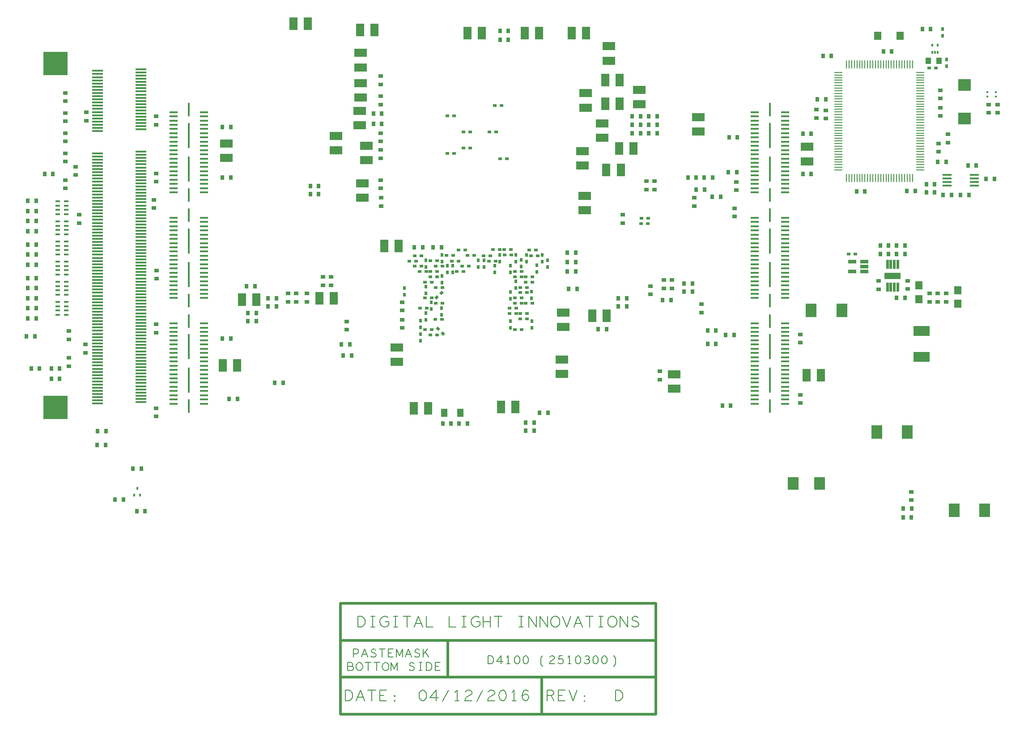
<source format=gbr>
G04 ================== begin FILE IDENTIFICATION RECORD ==================*
G04 Layout Name:  2510300_REV-D.brd*
G04 Film Name:    Paste_bot.gbr*
G04 File Format:  Gerber RS274X*
G04 File Origin:  Cadence Allegro 16.6-2015-S051*
G04 Origin Date:  Tue Apr 12 06:53:55 2016*
G04 *
G04 Layer:  VIA CLASS/PASTEMASK_BOTTOM*
G04 Layer:  PIN/PASTEMASK_BOTTOM*
G04 Layer:  PACKAGE GEOMETRY/PASTEMASK_BOTTOM*
G04 Layer:  DRAWING FORMAT/TITLE_BLOCK*
G04 Layer:  BOARD GEOMETRY/PASTEMASK_BOTTOM*
G04 *
G04 Offset:    (0.00 0.00)*
G04 Mirror:    No*
G04 Mode:      Positive*
G04 Rotation:  0*
G04 FullContactRelief:  No*
G04 UndefLineWidth:     0.00*
G04 ================== end FILE IDENTIFICATION RECORD ====================*
%FSLAX25Y25*MOIN*%
%IR0*IPPOS*OFA0.00000B0.00000*MIA0B0*SFA1.00000B1.00000*%
%ADD32R,.12X.05*%
%AMMACRO24*
21,1,.025,.02,0.0,0.0,135.*%
%ADD24MACRO24*%
%ADD16R,.017X.1*%
%ADD27R,.083X.102*%
%ADD30R,.06X.009*%
%ADD34R,.124X.077*%
%ADD29R,.009X.06*%
%ADD17R,.017X.185*%
%ADD15R,.012X.02*%
%ADD12R,.032X.03*%
%ADD28R,.06X.03*%
%AMMACRO25*
21,1,.025,.02,0.0,0.0,45.*%
%ADD25MACRO25*%
%ADD21R,.02X.025*%
%ADD10R,.03X.032*%
%ADD37R,.04X.05*%
%ADD36R,.07X.012*%
%ADD22R,.025X.02*%
%ADD13R,.032X.016*%
%ADD18R,.06X.016*%
%ADD23R,.05X.063*%
%ADD35R,.055X.06*%
%ADD39R,.018X.016*%
%ADD31R,.055X.06*%
%ADD33R,.019X.07*%
%ADD14R,.079X.014*%
%ADD11R,.182X.178*%
%ADD20R,.095X.063*%
%ADD19R,.063X.095*%
%ADD26R,.083X.095*%
%ADD38R,.094X.086*%
%ADD40C,.02*%
%ADD41C,.006*%
%ADD42C,.008*%
G75*
%LPD*%
G75*
G54D10*
X20900Y146700D03*
X21900Y160000D03*
Y167500D03*
Y175000D03*
Y182500D03*
Y190000D03*
Y200000D03*
Y207500D03*
Y215000D03*
Y225000D03*
Y232500D03*
Y240000D03*
Y247500D03*
X39400Y122500D03*
Y115000D03*
X30600Y122500D03*
X24400D03*
X27100Y146700D03*
X28100Y160000D03*
Y167500D03*
Y175000D03*
Y182500D03*
Y190000D03*
Y200000D03*
Y207500D03*
Y215000D03*
Y225000D03*
Y232500D03*
Y240000D03*
Y247500D03*
X34400Y267500D03*
X45600Y122500D03*
Y115000D03*
X40600Y267500D03*
X73700Y65800D03*
X73900Y76000D03*
X87000Y25000D03*
X79900Y65800D03*
X80100Y76000D03*
X109300Y16400D03*
X103100D03*
X93200Y25000D03*
X106400Y48100D03*
X100200D03*
X171900Y100000D03*
X178100D03*
X166900Y145000D03*
X173100D03*
X166900Y265000D03*
X173100D03*
X166900Y302500D03*
X173100D03*
X192100Y158000D03*
X185900D03*
X192100Y164000D03*
X185900D03*
X191100Y184000D03*
X184900D03*
X205900Y112000D03*
X212100D03*
X200900Y175000D03*
X207100D03*
X200900Y169000D03*
X207100D03*
X232400Y252600D03*
Y258800D03*
X238600Y252600D03*
Y258800D03*
X255700Y140600D03*
X261900D03*
X256900Y132200D03*
X263100D03*
X279400Y312500D03*
Y305000D03*
X285600Y312500D03*
Y305000D03*
X309900Y213000D03*
X316100D03*
X331100Y81600D03*
X337300D03*
X323900Y213000D03*
X330100D03*
X349500Y81600D03*
X343300D03*
X380000Y367800D03*
X373800D03*
Y374300D03*
X380000D03*
X403300Y89500D03*
X399100Y76200D03*
X392900D03*
Y82200D03*
X399100D03*
X409500Y89500D03*
X423900Y195000D03*
X424900Y182000D03*
X423900Y202000D03*
Y209000D03*
X430100Y195000D03*
X431100Y182000D03*
X430100Y202000D03*
Y209000D03*
X453100Y152000D03*
X446900D03*
X468100Y169000D03*
X461900D03*
Y175000D03*
X468100D03*
X472300Y298100D03*
X478500D03*
X472300Y304400D03*
X478500D03*
X472300Y310700D03*
X478500D03*
X494900Y173500D03*
X490800Y298100D03*
X484600D03*
X490800Y310700D03*
X484600D03*
X490800Y304400D03*
X484600D03*
X501100Y173500D03*
X510900Y180000D03*
Y186000D03*
X528400Y141000D03*
Y151000D03*
X517100Y180000D03*
Y186000D03*
X525900Y265000D03*
X526100Y256000D03*
X519900D03*
X520000Y265000D03*
X513800D03*
X545600Y95000D03*
X539400D03*
X534600Y141000D03*
X548100Y147500D03*
X541900D03*
X534600Y151000D03*
X532100Y265000D03*
X538100Y250600D03*
X531900D03*
X543900Y269000D03*
X544400Y295000D03*
X550100Y269000D03*
X550600Y295000D03*
X599400Y267500D03*
Y297500D03*
X605600Y267500D03*
Y297500D03*
X610300Y323300D03*
X616500D03*
X614400Y355500D03*
X620600D03*
X645600Y254500D03*
X639400D03*
X669200Y175300D03*
X669300Y214300D03*
X657100Y208100D03*
X663300D03*
X669300D03*
X657100Y214300D03*
X663300D03*
X665600Y359000D03*
X659400D03*
X680400Y18400D03*
X674200D03*
X674100Y11800D03*
X680300D03*
X675400Y175300D03*
X675500Y214300D03*
Y208100D03*
X683100Y255000D03*
X676900D03*
X688400Y375500D03*
X697600Y254000D03*
X691400D03*
X697600Y260000D03*
X691400D03*
X703900Y252000D03*
X699900Y276500D03*
X706100D03*
X694600Y375500D03*
X710100Y252000D03*
X716900D03*
X723100D03*
X722400Y274000D03*
X735900Y264000D03*
X728600Y274000D03*
X742100Y264000D03*
G54D20*
X170000Y279650D03*
Y290350D03*
X251500Y285250D03*
Y295950D03*
X271100Y249850D03*
Y260550D03*
X269100Y304050D03*
Y314750D03*
X270000Y335350D03*
Y324650D03*
Y357850D03*
Y347150D03*
X274200Y288550D03*
Y277850D03*
X297000Y127650D03*
Y138350D03*
X420000Y129350D03*
Y118650D03*
X421000Y164350D03*
Y153650D03*
X436900Y251450D03*
Y240750D03*
X435200Y284650D03*
Y273950D03*
X437500Y317150D03*
Y327850D03*
X450000Y305350D03*
Y294650D03*
X455000Y352150D03*
Y362850D03*
X477500Y319650D03*
Y330350D03*
X503600Y107650D03*
Y118350D03*
X521400Y299350D03*
Y310050D03*
X602500Y287850D03*
Y277150D03*
G54D11*
X42710Y93530D03*
Y349830D03*
G54D21*
X314600Y143200D03*
X318600Y159000D03*
X314500Y153300D03*
Y158300D03*
X314600Y148200D03*
X302700Y177500D03*
X318500Y178700D03*
X318600Y164000D03*
X302700Y182500D03*
X318500Y183700D03*
X318600Y198400D03*
Y203400D03*
X322600Y172000D03*
Y167000D03*
X330200Y167800D03*
Y162800D03*
X330400Y186500D03*
Y191500D03*
X334400Y194400D03*
Y199400D03*
X330400Y202400D03*
Y207400D03*
X338400Y194400D03*
Y199400D03*
X369800Y194300D03*
X357500Y198200D03*
Y203200D03*
X361900Y198300D03*
Y203300D03*
X369800Y199300D03*
X381400Y153100D03*
Y158100D03*
X381600Y174800D03*
X381400Y194400D03*
X385400Y182600D03*
Y187600D03*
X381600Y179800D03*
X373700Y202400D03*
Y207400D03*
X385600Y207300D03*
Y202300D03*
X381400Y199400D03*
X389500Y198500D03*
Y203500D03*
X397400Y153000D03*
Y158000D03*
X397300Y174900D03*
X401200Y194600D03*
X397300Y179900D03*
X405300Y202200D03*
Y207200D03*
X393500Y202200D03*
Y207200D03*
X401200Y199600D03*
X409200Y203300D03*
Y198300D03*
X703500Y370500D03*
Y375500D03*
X706500Y353000D03*
Y348000D03*
G54D12*
X52500Y124400D03*
Y130600D03*
Y144400D03*
Y150600D03*
X50000Y263100D03*
Y256900D03*
Y283100D03*
Y276900D03*
Y298100D03*
Y291900D03*
Y313100D03*
Y306900D03*
Y321900D03*
Y328100D03*
X65000Y140600D03*
Y134400D03*
X60100Y231000D03*
Y237200D03*
X57500Y266900D03*
Y273100D03*
X65700Y313600D03*
Y307400D03*
X117500Y86900D03*
Y93100D03*
Y149400D03*
Y155600D03*
X117900Y195700D03*
Y189500D03*
X115800Y248400D03*
Y242200D03*
X117500Y261900D03*
Y268100D03*
Y310600D03*
Y304400D03*
X222000Y172400D03*
Y178600D03*
X230000Y172400D03*
Y178600D03*
X216000Y172400D03*
Y178600D03*
X241800Y184800D03*
Y191000D03*
X247800Y184800D03*
Y191000D03*
X259600Y151500D03*
Y157700D03*
X285100Y249900D03*
Y243700D03*
X285000Y256900D03*
Y263100D03*
Y279400D03*
Y291900D03*
Y298100D03*
Y285600D03*
Y319400D03*
Y334400D03*
Y325600D03*
Y340600D03*
X301000Y152900D03*
Y159100D03*
Y165900D03*
Y172100D03*
X465100Y231100D03*
Y237300D03*
X493000Y120600D03*
Y114400D03*
X486000Y177900D03*
Y184100D03*
X496000Y182400D03*
Y188600D03*
X488900Y262300D03*
Y256100D03*
X482800D03*
Y262300D03*
X502000Y182400D03*
Y188600D03*
X524000Y164400D03*
Y170600D03*
X518500Y249900D03*
Y243700D03*
X548500Y242100D03*
Y235900D03*
X550000Y261800D03*
Y255600D03*
X597500Y103100D03*
Y96900D03*
Y141900D03*
Y148100D03*
X609500Y309400D03*
Y315600D03*
X616500Y315100D03*
Y308900D03*
X656000Y181700D03*
Y187900D03*
X680200Y30800D03*
Y24600D03*
X677500Y188100D03*
Y181900D03*
X706300Y172400D03*
Y178600D03*
X700000Y172400D03*
Y178600D03*
X693900Y172400D03*
Y178600D03*
X700400Y284200D03*
Y290400D03*
X702000Y317100D03*
Y310900D03*
Y323900D03*
Y330100D03*
X707400Y297200D03*
Y291000D03*
X737900Y319400D03*
Y313200D03*
X744400Y319400D03*
Y313200D03*
G54D30*
X625941Y284362D03*
Y282394D03*
Y280425D03*
Y278457D03*
Y276488D03*
Y274520D03*
Y272551D03*
Y270583D03*
Y300110D03*
Y298142D03*
Y296173D03*
Y294205D03*
Y292236D03*
Y290268D03*
Y288299D03*
Y286331D03*
Y317827D03*
Y315858D03*
Y313890D03*
Y311921D03*
Y309953D03*
Y307984D03*
Y306016D03*
Y304047D03*
Y302079D03*
Y335543D03*
Y333575D03*
Y331606D03*
Y329638D03*
Y327669D03*
Y325701D03*
Y323732D03*
Y321764D03*
Y319795D03*
Y343417D03*
Y341449D03*
Y339480D03*
Y337512D03*
X687059Y270583D03*
Y272551D03*
Y274520D03*
Y276488D03*
Y278457D03*
Y280425D03*
Y282394D03*
Y284362D03*
Y286331D03*
Y288299D03*
Y290268D03*
Y292236D03*
Y294205D03*
Y296173D03*
Y298142D03*
Y300110D03*
Y302079D03*
Y304047D03*
Y306016D03*
Y307984D03*
Y309953D03*
Y311921D03*
Y313890D03*
Y315858D03*
Y317827D03*
Y319795D03*
Y321764D03*
Y323732D03*
Y325701D03*
Y327669D03*
Y329638D03*
Y331606D03*
Y333575D03*
Y335543D03*
Y337512D03*
Y339480D03*
Y341449D03*
Y343417D03*
G54D40*
G01X255000Y-52500D02*
X490000D01*
Y-135000D01*
X255000D01*
G01Y-52500D02*
Y-135000D01*
G01X490000Y-107500D02*
X255000D01*
G01Y-80000D02*
X490000D01*
G01X335000D02*
Y-107500D01*
G01X405000D02*
Y-135000D01*
G54D31*
X655114Y370500D03*
X671886D03*
G54D13*
X44200Y162700D03*
Y165900D03*
Y169100D03*
Y172300D03*
X50600Y162700D03*
Y165900D03*
Y169100D03*
Y172300D03*
X44200Y177700D03*
X50600D03*
X44200Y180900D03*
Y184100D03*
Y187300D03*
X50600Y180900D03*
Y184100D03*
Y187300D03*
X44200Y192700D03*
Y195900D03*
X50600Y192700D03*
Y195900D03*
X44200Y207700D03*
Y210900D03*
Y214100D03*
X50600Y207700D03*
Y210900D03*
Y214100D03*
X44200Y199100D03*
Y202300D03*
X50600Y199100D03*
Y202300D03*
X44200Y217300D03*
X50600D03*
X44200Y222700D03*
Y225900D03*
Y229100D03*
X50600Y222700D03*
Y225900D03*
Y229100D03*
X44200Y232300D03*
X50600D03*
X44200Y237700D03*
Y240900D03*
Y244100D03*
Y247300D03*
X50600Y237700D03*
Y240900D03*
Y244100D03*
Y247300D03*
G54D22*
X318000Y151600D03*
X317900Y175400D03*
X319100Y167500D03*
X314100D03*
X314000Y194900D03*
X319000D03*
X317900Y187000D03*
X310200Y198900D03*
X315200D03*
X306300Y202800D03*
X311300D03*
X310200Y206800D03*
X315200D03*
X330700Y159300D03*
X325700D03*
X323000Y151600D03*
X326800Y147600D03*
X321800D03*
X322900Y175400D03*
X326000Y171300D03*
X331000D03*
X322000Y194900D03*
X327000D03*
X322900Y187000D03*
X327000Y190900D03*
X322000D03*
X325900Y183100D03*
X330900D03*
X325900Y198900D03*
X330900D03*
X337800Y202800D03*
X322000Y202900D03*
X327000D03*
X333900Y206900D03*
X334500Y283000D03*
Y311000D03*
X346700Y194900D03*
X341700D03*
X354600Y206900D03*
X349600D03*
X345600Y198900D03*
X350600D03*
X348000Y211100D03*
X343000D03*
X342800Y202800D03*
X338900Y206900D03*
X339500Y283000D03*
X351500Y287000D03*
X346500D03*
X351500Y299000D03*
X346500D03*
X339500Y311000D03*
X368500Y211300D03*
X361400Y206800D03*
X366400D03*
X365400Y202800D03*
X370400D03*
X371000Y299000D03*
X366000D03*
X370000Y318500D03*
X388900Y159500D03*
X389900Y151800D03*
X384900D03*
X385900Y163500D03*
X380900D03*
X388800Y179200D03*
X390000Y175300D03*
X385000D03*
X388900Y163500D03*
X385900Y167500D03*
X380900D03*
X389800Y171400D03*
X384800D03*
X389900Y191100D03*
X384900D03*
X388900Y183100D03*
X389900Y195000D03*
X384900D03*
X373500Y211300D03*
X377200Y207200D03*
X382200D03*
X381800Y211300D03*
X376800D03*
X379000Y279000D03*
X374000D03*
X375000Y318500D03*
X393900Y159500D03*
X397800Y171400D03*
X392800D03*
X393800Y179200D03*
X393900Y163500D03*
X392900Y191100D03*
X397900D03*
X392900Y187100D03*
X397900D03*
X393900Y183100D03*
X396900Y206700D03*
X401900D03*
X400500Y211000D03*
X395500D03*
X484000Y230500D03*
X479000D03*
X479300Y234800D03*
X484300D03*
X633400Y207900D03*
X638400D03*
X693500Y346500D03*
X698500D03*
G54D41*
G01X263233Y-99300D02*
X263600Y-99000D01*
X263875Y-98500D01*
X264058Y-97800D01*
X263875Y-97200D01*
X263508Y-96800D01*
X262867Y-96500D01*
X260392D01*
Y-102500D01*
X263417D01*
X264058Y-102100D01*
X264425Y-101500D01*
X264608Y-100800D01*
X264425Y-100100D01*
X263875Y-99500D01*
X263233Y-99300D01*
X260392D01*
G01X269000Y-102500D02*
X268267Y-102400D01*
X267625Y-102000D01*
X267075Y-101400D01*
X266708Y-100700D01*
X266525Y-99900D01*
Y-99100D01*
X266708Y-98300D01*
X267075Y-97600D01*
X267625Y-97000D01*
X268267Y-96600D01*
X269000Y-96500D01*
X269733Y-96600D01*
X270375Y-97000D01*
X270925Y-97600D01*
X271292Y-98300D01*
X271475Y-99100D01*
Y-99900D01*
X271292Y-100700D01*
X270925Y-101400D01*
X270375Y-102000D01*
X269733Y-102400D01*
X269000Y-102500D01*
G01X275500Y-96500D02*
Y-102500D01*
G01X273392Y-96500D02*
X277608D01*
G01X282000D02*
Y-102500D01*
G01X279892Y-96500D02*
X284108D01*
G01X288500Y-102500D02*
X287767Y-102400D01*
X287125Y-102000D01*
X286575Y-101400D01*
X286208Y-100700D01*
X286025Y-99900D01*
Y-99100D01*
X286208Y-98300D01*
X286575Y-97600D01*
X287125Y-97000D01*
X287767Y-96600D01*
X288500Y-96500D01*
X289233Y-96600D01*
X289875Y-97000D01*
X290425Y-97600D01*
X290792Y-98300D01*
X290975Y-99100D01*
Y-99900D01*
X290792Y-100700D01*
X290425Y-101400D01*
X289875Y-102000D01*
X289233Y-102400D01*
X288500Y-102500D01*
G01X292617D02*
Y-96500D01*
X295000Y-101500D01*
X297383Y-96500D01*
Y-102500D01*
G01X306075Y-101700D02*
X306808Y-102200D01*
X307633Y-102500D01*
X308367D01*
X309100Y-102200D01*
X309650Y-101700D01*
X309925Y-101000D01*
X309742Y-100300D01*
X309283Y-99700D01*
X308458Y-99300D01*
X307358Y-99100D01*
X306717Y-98700D01*
X306442Y-98000D01*
X306625Y-97300D01*
X307083Y-96800D01*
X307725Y-96500D01*
X308367D01*
X309008Y-96700D01*
X309558Y-97200D01*
G01X313400Y-96500D02*
X315600D01*
G01X314500D02*
Y-102500D01*
G01X313400D02*
X315600D01*
G01X318983D02*
Y-96500D01*
X320817D01*
X321550Y-96800D01*
X322100Y-97200D01*
X322558Y-97800D01*
X322925Y-98500D01*
X323017Y-99500D01*
X322925Y-100500D01*
X322558Y-101200D01*
X322100Y-101800D01*
X321550Y-102200D01*
X320817Y-102500D01*
X318983D01*
G01X329333D02*
X325667D01*
Y-96500D01*
X329333D01*
G01X327867Y-99400D02*
X325667D01*
G01X264667Y-92500D02*
Y-86500D01*
X266867D01*
X267600Y-86800D01*
X268150Y-87500D01*
X268333Y-88300D01*
X268150Y-89100D01*
X267692Y-89700D01*
X266867Y-90000D01*
X264667D01*
G01X270708Y-92500D02*
X273000Y-86500D01*
X275292Y-92500D01*
G01X274467Y-90400D02*
X271533D01*
G01X277575Y-91700D02*
X278308Y-92200D01*
X279133Y-92500D01*
X279867D01*
X280600Y-92200D01*
X281150Y-91700D01*
X281425Y-91000D01*
X281242Y-90300D01*
X280783Y-89700D01*
X279958Y-89300D01*
X278858Y-89100D01*
X278217Y-88700D01*
X277942Y-88000D01*
X278125Y-87300D01*
X278583Y-86800D01*
X279225Y-86500D01*
X279867D01*
X280508Y-86700D01*
X281058Y-87200D01*
G01X286000Y-86500D02*
Y-92500D01*
G01X283892Y-86500D02*
X288108D01*
G01X294333Y-92500D02*
X290667D01*
Y-86500D01*
X294333D01*
G01X292867Y-89400D02*
X290667D01*
G01X296617Y-92500D02*
Y-86500D01*
X299000Y-91500D01*
X301383Y-86500D01*
Y-92500D01*
G01X303208D02*
X305500Y-86500D01*
X307792Y-92500D01*
G01X306967Y-90400D02*
X304033D01*
G01X310075Y-91700D02*
X310808Y-92200D01*
X311633Y-92500D01*
X312367D01*
X313100Y-92200D01*
X313650Y-91700D01*
X313925Y-91000D01*
X313742Y-90300D01*
X313283Y-89700D01*
X312458Y-89300D01*
X311358Y-89100D01*
X310717Y-88700D01*
X310442Y-88000D01*
X310625Y-87300D01*
X311083Y-86800D01*
X311725Y-86500D01*
X312367D01*
X313008Y-86700D01*
X313558Y-87200D01*
G01X316483Y-92500D02*
Y-86500D01*
G01X319967D02*
X316483Y-90200D01*
G01X320517Y-92500D02*
X318042Y-88500D01*
G01X364983Y-97500D02*
Y-91500D01*
X366817D01*
X367550Y-91800D01*
X368100Y-92200D01*
X368558Y-92800D01*
X368925Y-93500D01*
X369017Y-94500D01*
X368925Y-95500D01*
X368558Y-96200D01*
X368100Y-96800D01*
X367550Y-97200D01*
X366817Y-97500D01*
X364983D01*
G01X374600D02*
Y-91500D01*
X371208Y-95800D01*
X375792D01*
G01X380000Y-97500D02*
Y-91500D01*
X378900Y-92700D01*
G01Y-97500D02*
X381100D01*
G01X386500Y-91500D02*
X385767Y-91700D01*
X385217Y-92200D01*
X384850Y-92800D01*
X384575Y-93600D01*
X384483Y-94500D01*
X384575Y-95400D01*
X384850Y-96200D01*
X385217Y-96800D01*
X385767Y-97300D01*
X386500Y-97500D01*
X387233Y-97300D01*
X387783Y-96800D01*
X388150Y-96200D01*
X388425Y-95400D01*
X388517Y-94500D01*
X388425Y-93600D01*
X388150Y-92800D01*
X387783Y-92200D01*
X387233Y-91700D01*
X386500Y-91500D01*
G01X393000D02*
X392267Y-91700D01*
X391717Y-92200D01*
X391350Y-92800D01*
X391075Y-93600D01*
X390983Y-94500D01*
X391075Y-95400D01*
X391350Y-96200D01*
X391717Y-96800D01*
X392267Y-97300D01*
X393000Y-97500D01*
X393733Y-97300D01*
X394283Y-96800D01*
X394650Y-96200D01*
X394925Y-95400D01*
X395017Y-94500D01*
X394925Y-93600D01*
X394650Y-92800D01*
X394283Y-92200D01*
X393733Y-91700D01*
X393000Y-91500D01*
G01X405542Y-99500D02*
X404625Y-98500D01*
X404167Y-97500D01*
Y-93500D01*
X404625Y-92500D01*
X405542Y-91500D01*
G01X410758Y-92500D02*
X411308Y-91900D01*
X411950Y-91600D01*
X412683Y-91500D01*
X413600Y-91700D01*
X414242Y-92200D01*
X414425Y-92800D01*
X414333Y-93400D01*
X413967Y-93900D01*
X412133Y-94900D01*
X411308Y-95600D01*
X410758Y-96600D01*
X410575Y-97500D01*
X414425D01*
G01X416983Y-96600D02*
X417533Y-97100D01*
X418175Y-97400D01*
X419000Y-97500D01*
X419825Y-97300D01*
X420467Y-96900D01*
X420925Y-96200D01*
X421017Y-95400D01*
X420833Y-94600D01*
X420375Y-94100D01*
X419733Y-93700D01*
X419092Y-93600D01*
X418450Y-93700D01*
X417625Y-94100D01*
X417900Y-91500D01*
X420375D01*
G01X425500Y-97500D02*
Y-91500D01*
X424400Y-92700D01*
G01Y-97500D02*
X426600D01*
G01X432000Y-91500D02*
X431267Y-91700D01*
X430717Y-92200D01*
X430350Y-92800D01*
X430075Y-93600D01*
X429983Y-94500D01*
X430075Y-95400D01*
X430350Y-96200D01*
X430717Y-96800D01*
X431267Y-97300D01*
X432000Y-97500D01*
X432733Y-97300D01*
X433283Y-96800D01*
X433650Y-96200D01*
X433925Y-95400D01*
X434017Y-94500D01*
X433925Y-93600D01*
X433650Y-92800D01*
X433283Y-92200D01*
X432733Y-91700D01*
X432000Y-91500D01*
G01X436483Y-96300D02*
X437033Y-97000D01*
X437767Y-97400D01*
X438592Y-97500D01*
X439325Y-97400D01*
X440058Y-96900D01*
X440517Y-96300D01*
X440608Y-95700D01*
X440425Y-95000D01*
X439783Y-94500D01*
X439142Y-94300D01*
X438317D01*
G01X439142D02*
X439692Y-94000D01*
X440150Y-93500D01*
X440333Y-92900D01*
X440150Y-92300D01*
X439692Y-91800D01*
X438867Y-91500D01*
X438042Y-91600D01*
X437217Y-92000D01*
G01X445000Y-91500D02*
X444267Y-91700D01*
X443717Y-92200D01*
X443350Y-92800D01*
X443075Y-93600D01*
X442983Y-94500D01*
X443075Y-95400D01*
X443350Y-96200D01*
X443717Y-96800D01*
X444267Y-97300D01*
X445000Y-97500D01*
X445733Y-97300D01*
X446283Y-96800D01*
X446650Y-96200D01*
X446925Y-95400D01*
X447017Y-94500D01*
X446925Y-93600D01*
X446650Y-92800D01*
X446283Y-92200D01*
X445733Y-91700D01*
X445000Y-91500D01*
G01X451500D02*
X450767Y-91700D01*
X450217Y-92200D01*
X449850Y-92800D01*
X449575Y-93600D01*
X449483Y-94500D01*
X449575Y-95400D01*
X449850Y-96200D01*
X450217Y-96800D01*
X450767Y-97300D01*
X451500Y-97500D01*
X452233Y-97300D01*
X452783Y-96800D01*
X453150Y-96200D01*
X453425Y-95400D01*
X453517Y-94500D01*
X453425Y-93600D01*
X453150Y-92800D01*
X452783Y-92200D01*
X452233Y-91700D01*
X451500Y-91500D01*
G01X458458Y-99500D02*
X459375Y-98500D01*
X459833Y-97500D01*
Y-93500D01*
X459375Y-92500D01*
X458458Y-91500D01*
G54D14*
X73820Y96490D03*
Y98850D03*
Y101210D03*
Y103580D03*
Y105940D03*
Y108300D03*
Y110660D03*
Y113020D03*
Y115390D03*
Y117750D03*
Y120110D03*
Y122470D03*
Y124830D03*
Y127200D03*
Y129560D03*
Y131920D03*
Y134280D03*
Y136650D03*
Y139010D03*
Y141370D03*
Y143730D03*
Y146090D03*
Y148460D03*
Y150820D03*
Y153180D03*
Y155540D03*
Y157910D03*
Y160270D03*
Y162630D03*
Y164990D03*
Y167350D03*
Y169720D03*
Y172080D03*
Y174440D03*
Y176800D03*
Y179170D03*
Y181530D03*
Y183890D03*
Y186250D03*
Y188610D03*
Y190980D03*
Y193340D03*
Y195700D03*
Y198060D03*
Y200430D03*
Y202790D03*
Y205150D03*
Y207510D03*
Y209870D03*
Y212240D03*
Y214600D03*
Y216960D03*
Y219320D03*
Y221690D03*
Y224050D03*
Y226410D03*
Y228770D03*
Y231130D03*
Y233500D03*
Y235860D03*
Y238220D03*
Y240580D03*
Y242950D03*
Y245310D03*
Y247670D03*
Y250030D03*
Y252390D03*
Y254760D03*
Y257120D03*
Y259480D03*
Y261840D03*
Y264210D03*
Y266570D03*
Y268930D03*
Y271290D03*
Y273650D03*
Y276020D03*
Y278380D03*
Y280740D03*
Y283100D03*
Y299640D03*
Y302000D03*
Y304360D03*
Y306720D03*
Y309090D03*
Y311450D03*
Y313810D03*
Y316170D03*
Y318540D03*
Y320900D03*
Y323260D03*
Y325620D03*
Y327980D03*
Y330350D03*
Y332710D03*
Y335070D03*
Y337430D03*
Y339800D03*
Y342160D03*
Y344520D03*
X106100Y97670D03*
Y100030D03*
Y102390D03*
Y104760D03*
Y107120D03*
Y109480D03*
Y111840D03*
Y114200D03*
Y116570D03*
Y118930D03*
Y121290D03*
Y123650D03*
Y126010D03*
Y128380D03*
Y130740D03*
Y133100D03*
Y135460D03*
Y137830D03*
Y140190D03*
Y142550D03*
Y144910D03*
Y147270D03*
Y149640D03*
Y152000D03*
Y154360D03*
Y156720D03*
Y159090D03*
Y161450D03*
Y163810D03*
Y166170D03*
Y168530D03*
Y170900D03*
Y173260D03*
Y175620D03*
Y177980D03*
Y180350D03*
Y182710D03*
Y185070D03*
Y187430D03*
Y189790D03*
Y192160D03*
Y194520D03*
Y196880D03*
Y199240D03*
Y201610D03*
Y203970D03*
Y206330D03*
Y208690D03*
Y211050D03*
Y213420D03*
Y215780D03*
Y218140D03*
Y220500D03*
Y222870D03*
Y225230D03*
Y227590D03*
Y229950D03*
Y232310D03*
Y234680D03*
Y237040D03*
Y239400D03*
Y241760D03*
Y244130D03*
Y246490D03*
Y248850D03*
Y251210D03*
Y253570D03*
Y255940D03*
Y258300D03*
Y260660D03*
Y263020D03*
Y265390D03*
Y267750D03*
Y270110D03*
Y272470D03*
Y274830D03*
Y277200D03*
Y279560D03*
Y281920D03*
Y284280D03*
Y300820D03*
Y303180D03*
Y305540D03*
Y307900D03*
Y310270D03*
Y312630D03*
Y314990D03*
Y317350D03*
Y319720D03*
Y322080D03*
Y324440D03*
Y326800D03*
Y329160D03*
Y331530D03*
Y333890D03*
Y336250D03*
Y338610D03*
Y340980D03*
Y343340D03*
Y345700D03*
G54D23*
X332200Y89500D03*
X344200D03*
G54D32*
X666300Y191800D03*
G54D42*
G01X258500Y-125000D02*
Y-117000D01*
X261000D01*
X262000Y-117400D01*
X262750Y-117933D01*
X263375Y-118733D01*
X263875Y-119667D01*
X264000Y-121000D01*
X263875Y-122333D01*
X263375Y-123267D01*
X262750Y-124067D01*
X262000Y-124600D01*
X261000Y-125000D01*
X258500D01*
G01X266625D02*
X269750Y-117000D01*
X272875Y-125000D01*
G01X271750Y-122200D02*
X267750D01*
G01X278250Y-117000D02*
Y-125000D01*
G01X275375Y-117000D02*
X281125D01*
G01X289250Y-125000D02*
X284250D01*
Y-117000D01*
X289250D01*
G01X287250Y-120867D02*
X284250D01*
G01X295250Y-125267D02*
X295000Y-125133D01*
Y-124867D01*
X295250Y-124733D01*
X295500Y-124867D01*
Y-125133D01*
X295250Y-125267D01*
G01Y-121667D02*
X295000Y-121533D01*
Y-121267D01*
X295250Y-121133D01*
X295500Y-121267D01*
Y-121533D01*
X295250Y-121667D01*
G01X267750Y-70000D02*
Y-62000D01*
X270250D01*
X271250Y-62400D01*
X272000Y-62933D01*
X272625Y-63733D01*
X273125Y-64667D01*
X273250Y-66000D01*
X273125Y-67333D01*
X272625Y-68267D01*
X272000Y-69067D01*
X271250Y-69600D01*
X270250Y-70000D01*
X267750D01*
G01X277500Y-62000D02*
X280500D01*
G01X279000D02*
Y-70000D01*
G01X277500D02*
X280500D01*
G01X288250Y-66000D02*
X290750D01*
Y-68400D01*
X290000Y-69200D01*
X289125Y-69733D01*
X287875Y-70000D01*
X286625Y-69733D01*
X285750Y-69200D01*
X285000Y-68400D01*
X284500Y-67467D01*
X284250Y-66400D01*
Y-65467D01*
X284500Y-64667D01*
X285000Y-63733D01*
X285750Y-62933D01*
X286500Y-62400D01*
X287500Y-62000D01*
X288375D01*
X289375Y-62267D01*
X290125Y-62800D01*
G01X294500Y-62000D02*
X297500D01*
G01X296000D02*
Y-70000D01*
G01X294500D02*
X297500D01*
G01X304500Y-62000D02*
Y-70000D01*
G01X301625Y-62000D02*
X307375D01*
G01X309875Y-70000D02*
X313000Y-62000D01*
X316125Y-70000D01*
G01X315000Y-67200D02*
X311000D01*
G01X319000Y-62000D02*
Y-70000D01*
X324000D01*
G01X336000Y-62000D02*
Y-70000D01*
X341000D01*
G01X345500Y-62000D02*
X348500D01*
G01X347000D02*
Y-70000D01*
G01X345500D02*
X348500D01*
G01X356250Y-66000D02*
X358750D01*
Y-68400D01*
X358000Y-69200D01*
X357125Y-69733D01*
X355875Y-70000D01*
X354625Y-69733D01*
X353750Y-69200D01*
X353000Y-68400D01*
X352500Y-67467D01*
X352250Y-66400D01*
Y-65467D01*
X352500Y-64667D01*
X353000Y-63733D01*
X353750Y-62933D01*
X354500Y-62400D01*
X355500Y-62000D01*
X356375D01*
X357375Y-62267D01*
X358125Y-62800D01*
G01X361375Y-70000D02*
Y-62000D01*
G01X366625D02*
Y-70000D01*
G01Y-66000D02*
X361375D01*
G01X372500Y-62000D02*
Y-70000D01*
G01X369625Y-62000D02*
X375375D01*
G01X388000D02*
X391000D01*
G01X389500D02*
Y-70000D01*
G01X388000D02*
X391000D01*
G01X395125D02*
Y-62000D01*
X400875Y-70000D01*
Y-62000D01*
G01X403625Y-70000D02*
Y-62000D01*
X409375Y-70000D01*
Y-62000D01*
G01X415000Y-70000D02*
X414000Y-69867D01*
X413125Y-69333D01*
X412375Y-68533D01*
X411875Y-67600D01*
X411625Y-66533D01*
Y-65467D01*
X411875Y-64400D01*
X412375Y-63467D01*
X413125Y-62667D01*
X414000Y-62133D01*
X415000Y-62000D01*
X416000Y-62133D01*
X416875Y-62667D01*
X417625Y-63467D01*
X418125Y-64400D01*
X418375Y-65467D01*
Y-66533D01*
X418125Y-67600D01*
X417625Y-68533D01*
X416875Y-69333D01*
X416000Y-69867D01*
X415000Y-70000D01*
G01X420375Y-62000D02*
X423500Y-70000D01*
X426625Y-62000D01*
G01X428875Y-70000D02*
X432000Y-62000D01*
X435125Y-70000D01*
G01X434000Y-67200D02*
X430000D01*
G01X440500Y-62000D02*
Y-70000D01*
G01X437625Y-62000D02*
X443375D01*
G01X447500D02*
X450500D01*
G01X449000D02*
Y-70000D01*
G01X447500D02*
X450500D01*
G01X457500D02*
X456500Y-69867D01*
X455625Y-69333D01*
X454875Y-68533D01*
X454375Y-67600D01*
X454125Y-66533D01*
Y-65467D01*
X454375Y-64400D01*
X454875Y-63467D01*
X455625Y-62667D01*
X456500Y-62133D01*
X457500Y-62000D01*
X458500Y-62133D01*
X459375Y-62667D01*
X460125Y-63467D01*
X460625Y-64400D01*
X460875Y-65467D01*
Y-66533D01*
X460625Y-67600D01*
X460125Y-68533D01*
X459375Y-69333D01*
X458500Y-69867D01*
X457500Y-70000D01*
G01X463125D02*
Y-62000D01*
X468875Y-70000D01*
Y-62000D01*
G01X471875Y-68934D02*
X472875Y-69600D01*
X474000Y-70000D01*
X475000D01*
X476000Y-69600D01*
X476750Y-68934D01*
X477125Y-68000D01*
X476875Y-67067D01*
X476250Y-66267D01*
X475125Y-65733D01*
X473625Y-65467D01*
X472750Y-64933D01*
X472375Y-64000D01*
X472625Y-63067D01*
X473250Y-62400D01*
X474125Y-62000D01*
X475000D01*
X475875Y-62267D01*
X476625Y-62933D01*
G01X316250Y-117000D02*
X315250Y-117267D01*
X314500Y-117933D01*
X314000Y-118733D01*
X313625Y-119800D01*
X313500Y-121000D01*
X313625Y-122200D01*
X314000Y-123267D01*
X314500Y-124067D01*
X315250Y-124733D01*
X316250Y-125000D01*
X317250Y-124733D01*
X318000Y-124067D01*
X318500Y-123267D01*
X318875Y-122200D01*
X319000Y-121000D01*
X318875Y-119800D01*
X318500Y-118733D01*
X318000Y-117933D01*
X317250Y-117267D01*
X316250Y-117000D01*
G01X326250Y-125000D02*
Y-117000D01*
X321625Y-122733D01*
X327875D01*
G01X331000Y-125267D02*
X335500Y-117000D01*
G01X341750Y-125000D02*
Y-117000D01*
X340250Y-118600D01*
G01Y-125000D02*
X343250D01*
G01X347875Y-118333D02*
X348625Y-117533D01*
X349500Y-117133D01*
X350500Y-117000D01*
X351750Y-117267D01*
X352625Y-117933D01*
X352875Y-118733D01*
X352750Y-119534D01*
X352250Y-120200D01*
X349750Y-121533D01*
X348625Y-122467D01*
X347875Y-123800D01*
X347625Y-125000D01*
X352875D01*
G01X356500Y-125267D02*
X361000Y-117000D01*
G01X364875Y-118333D02*
X365625Y-117533D01*
X366500Y-117133D01*
X367500Y-117000D01*
X368750Y-117267D01*
X369625Y-117933D01*
X369875Y-118733D01*
X369750Y-119534D01*
X369250Y-120200D01*
X366750Y-121533D01*
X365625Y-122467D01*
X364875Y-123800D01*
X364625Y-125000D01*
X369875D01*
G01X375750Y-117000D02*
X374750Y-117267D01*
X374000Y-117933D01*
X373500Y-118733D01*
X373125Y-119800D01*
X373000Y-121000D01*
X373125Y-122200D01*
X373500Y-123267D01*
X374000Y-124067D01*
X374750Y-124733D01*
X375750Y-125000D01*
X376750Y-124733D01*
X377500Y-124067D01*
X378000Y-123267D01*
X378375Y-122200D01*
X378500Y-121000D01*
X378375Y-119800D01*
X378000Y-118733D01*
X377500Y-117933D01*
X376750Y-117267D01*
X375750Y-117000D01*
G01X384250Y-125000D02*
Y-117000D01*
X382750Y-118600D01*
G01Y-125000D02*
X385750D01*
G01X390375Y-121667D02*
X391250Y-120733D01*
X392000Y-120200D01*
X393000Y-119933D01*
X393875Y-120200D01*
X394500Y-120733D01*
X395000Y-121533D01*
X395125Y-122467D01*
X395000Y-123267D01*
X394500Y-124067D01*
X393750Y-124733D01*
X392875Y-125000D01*
X391875Y-124733D01*
X391000Y-123934D01*
X390500Y-122733D01*
X390375Y-121400D01*
X390625Y-119667D01*
X391000Y-118733D01*
X391625Y-117800D01*
X392500Y-117133D01*
X393375Y-117000D01*
X394250Y-117267D01*
X394875Y-117933D01*
G01X408750Y-125000D02*
Y-117000D01*
X411875D01*
X412875Y-117400D01*
X413500Y-117933D01*
X413750Y-119000D01*
X413500Y-120067D01*
X412750Y-120733D01*
X411875Y-121133D01*
X408750D01*
G01X411875D02*
X413750Y-125000D01*
G01X422250D02*
X417250D01*
Y-117000D01*
X422250D01*
G01X420250Y-120867D02*
X417250D01*
G01X425125Y-117000D02*
X428250Y-125000D01*
X431375Y-117000D01*
G01X436750Y-125267D02*
X436500Y-125133D01*
Y-124867D01*
X436750Y-124733D01*
X437000Y-124867D01*
Y-125133D01*
X436750Y-125267D01*
G01Y-121667D02*
X436500Y-121533D01*
Y-121267D01*
X436750Y-121133D01*
X437000Y-121267D01*
Y-121533D01*
X436750Y-121667D01*
G01X459750Y-125000D02*
Y-117000D01*
X462250D01*
X463250Y-117400D01*
X464000Y-117933D01*
X464625Y-118733D01*
X465125Y-119667D01*
X465250Y-121000D01*
X465125Y-122333D01*
X464625Y-123267D01*
X464000Y-124067D01*
X463250Y-124600D01*
X462250Y-125000D01*
X459750D01*
G54D33*
X662461Y183300D03*
X665020D03*
X667580D03*
X670139D03*
X662461Y200300D03*
X665020D03*
X667580D03*
X670139D03*
G54D15*
X103500Y33400D03*
X101300Y28200D03*
X105700D03*
X700000Y363600D03*
X696000D03*
Y358400D03*
X698000D03*
X700000D03*
G54D24*
X327532Y152168D03*
X331068Y148632D03*
G54D25*
X326732Y175532D03*
X330268Y179068D03*
G54D34*
X688000Y131350D03*
Y150650D03*
G54D16*
X141870Y94600D03*
Y158100D03*
Y173350D03*
Y236850D03*
Y252100D03*
Y315600D03*
X574870Y94600D03*
Y158100D03*
Y173350D03*
Y236850D03*
Y252100D03*
Y315600D03*
G54D26*
X592150Y37000D03*
X611850D03*
G54D35*
X686000Y174450D03*
Y184550D03*
X714800Y170950D03*
Y181050D03*
G54D17*
X141870Y113850D03*
Y138850D03*
Y192600D03*
Y217600D03*
Y271350D03*
Y296350D03*
X574870Y113850D03*
Y138850D03*
Y192600D03*
Y217600D03*
Y271350D03*
Y296350D03*
G54D18*
X130590Y96425D03*
Y99575D03*
Y102725D03*
Y105875D03*
Y109025D03*
Y112175D03*
Y115325D03*
Y118475D03*
Y121625D03*
Y124775D03*
Y127925D03*
Y131075D03*
Y134225D03*
Y137375D03*
Y140525D03*
Y143675D03*
Y146825D03*
Y149975D03*
Y153125D03*
Y156275D03*
Y175175D03*
Y178325D03*
Y181475D03*
Y184625D03*
Y187775D03*
Y190925D03*
Y194075D03*
Y197225D03*
Y200375D03*
Y203525D03*
Y206675D03*
Y209825D03*
Y212975D03*
Y216125D03*
Y219275D03*
Y222425D03*
Y225575D03*
Y228725D03*
Y231875D03*
Y235025D03*
Y253925D03*
Y257075D03*
Y260225D03*
Y263375D03*
Y266525D03*
Y269675D03*
Y272825D03*
Y275975D03*
Y279125D03*
Y282275D03*
Y285425D03*
Y288575D03*
Y291725D03*
Y294875D03*
Y298025D03*
Y301175D03*
Y304325D03*
Y307475D03*
Y310625D03*
Y313775D03*
X153150Y96425D03*
Y99575D03*
Y102725D03*
Y105875D03*
Y109025D03*
Y112175D03*
Y115325D03*
Y118475D03*
Y121625D03*
Y124775D03*
Y127925D03*
Y131075D03*
Y134225D03*
Y137375D03*
Y140525D03*
Y143675D03*
Y146825D03*
Y149975D03*
Y153125D03*
Y156275D03*
Y175175D03*
Y178325D03*
Y181475D03*
Y184625D03*
Y187775D03*
Y190925D03*
Y194075D03*
Y197225D03*
Y200375D03*
Y203525D03*
Y206675D03*
Y209825D03*
Y212975D03*
Y216125D03*
Y219275D03*
Y222425D03*
Y225575D03*
Y228725D03*
Y231875D03*
Y235025D03*
Y253925D03*
Y257075D03*
Y260225D03*
Y263375D03*
Y266525D03*
Y269675D03*
Y272825D03*
Y275975D03*
Y279125D03*
Y282275D03*
Y285425D03*
Y288575D03*
Y291725D03*
Y294875D03*
Y298025D03*
Y301175D03*
Y304325D03*
Y307475D03*
Y310625D03*
Y313775D03*
X563590Y96425D03*
Y99575D03*
Y102725D03*
Y105875D03*
Y109025D03*
Y112175D03*
Y115325D03*
Y118475D03*
Y121625D03*
Y124775D03*
Y127925D03*
Y131075D03*
Y134225D03*
Y137375D03*
Y140525D03*
Y143675D03*
Y146825D03*
Y149975D03*
Y153125D03*
Y156275D03*
Y175175D03*
Y178325D03*
Y181475D03*
Y184625D03*
Y187775D03*
Y190925D03*
Y194075D03*
Y197225D03*
Y200375D03*
Y203525D03*
Y206675D03*
Y209825D03*
Y212975D03*
Y216125D03*
Y219275D03*
Y222425D03*
Y225575D03*
Y228725D03*
Y231875D03*
Y235025D03*
Y253925D03*
Y257075D03*
Y260225D03*
Y263375D03*
Y266525D03*
Y269675D03*
Y272825D03*
Y275975D03*
Y279125D03*
Y282275D03*
Y285425D03*
Y288575D03*
Y291725D03*
Y294875D03*
Y298025D03*
Y301175D03*
Y304325D03*
Y307475D03*
Y310625D03*
Y313775D03*
X586150Y96425D03*
Y99575D03*
Y102725D03*
Y105875D03*
Y109025D03*
Y112175D03*
Y115325D03*
Y118475D03*
Y121625D03*
Y124775D03*
Y127925D03*
Y131075D03*
Y134225D03*
Y137375D03*
Y140525D03*
Y143675D03*
Y146825D03*
Y149975D03*
Y153125D03*
Y156275D03*
Y175175D03*
Y178325D03*
Y181475D03*
Y184625D03*
Y187775D03*
Y190925D03*
Y194075D03*
Y197225D03*
Y200375D03*
Y203525D03*
Y206675D03*
Y209825D03*
Y212975D03*
Y216125D03*
Y219275D03*
Y222425D03*
Y225575D03*
Y228725D03*
Y231875D03*
Y235025D03*
Y253925D03*
Y257075D03*
Y260225D03*
Y263375D03*
Y266525D03*
Y269675D03*
Y272825D03*
Y275975D03*
Y279125D03*
Y282275D03*
Y285425D03*
Y288575D03*
Y291725D03*
Y294875D03*
Y298025D03*
Y301175D03*
Y304325D03*
Y307475D03*
Y310625D03*
Y313775D03*
G54D36*
X706850Y259100D03*
Y261700D03*
Y264300D03*
Y266900D03*
X727150Y259100D03*
Y261700D03*
Y264300D03*
Y266900D03*
G54D27*
X605600Y166000D03*
X628400D03*
X654400Y75200D03*
X677200D03*
X712100Y17100D03*
X734900D03*
G54D19*
X167150Y125000D03*
X177850D03*
X181650Y174000D03*
X192350D03*
X230650Y379700D03*
X219950D03*
X239150Y174900D03*
X249850D03*
X269650Y375000D03*
X287650Y214000D03*
X280350Y375000D03*
X298350Y214000D03*
X320350Y93000D03*
X309650D03*
X349650Y372500D03*
X374650Y94000D03*
X360350Y372500D03*
X385350Y94000D03*
X392150Y372500D03*
X402850D03*
X427150D03*
X442650Y162000D03*
X437850Y372500D03*
X453350Y162000D03*
X463750Y270600D03*
X453050D03*
X462650Y286600D03*
X462850Y320000D03*
X452150D03*
X462850Y337500D03*
X452150D03*
X473350Y286600D03*
X602150Y117500D03*
X612850D03*
G54D37*
X701000Y352000D03*
X693000D03*
G54D28*
X636271Y194860D03*
Y202340D03*
X645129Y194860D03*
Y202340D03*
Y198600D03*
G54D38*
X720000Y309098D03*
Y333902D03*
G54D29*
X631894Y264630D03*
X633862D03*
Y349370D03*
X631894D03*
X635831Y264630D03*
X637799D03*
X639768D03*
X641736D03*
X643705D03*
X645673D03*
X647642D03*
X649610D03*
X651579D03*
Y349370D03*
X649610D03*
X647642D03*
X645673D03*
X643705D03*
X641736D03*
X639768D03*
X637799D03*
X635831D03*
X653547Y264630D03*
X655516D03*
X657484D03*
X659453D03*
X661421D03*
X663390D03*
X665358D03*
X667327D03*
X669295D03*
Y349370D03*
X667327D03*
X665358D03*
X663390D03*
X661421D03*
X659453D03*
X657484D03*
X655516D03*
X653547D03*
X671264Y264630D03*
X673232D03*
X675201D03*
X677169D03*
X679138D03*
X681106D03*
Y349370D03*
X679138D03*
X677169D03*
X675201D03*
X673232D03*
X671264D03*
G54D39*
X736900Y325300D03*
Y328700D03*
X743100Y325300D03*
Y328700D03*
M02*

</source>
